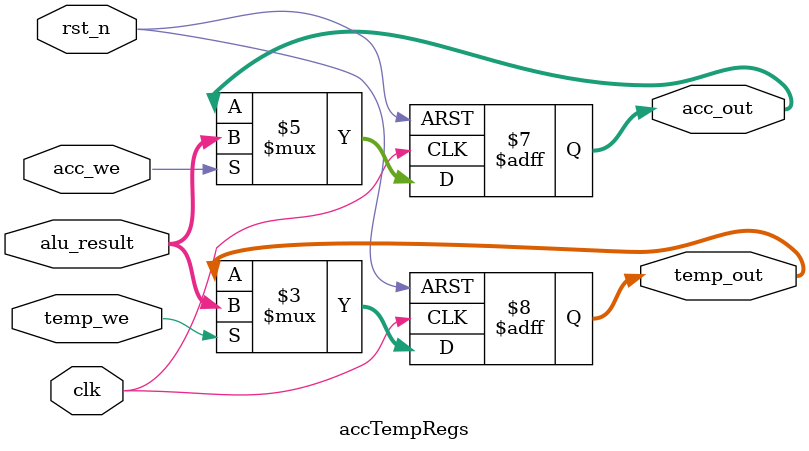
<source format=v>
module accTempRegs (
    input  wire       clk,
    input  wire       rst_n,

    // ALUからの4bit結果
    input  wire [3:0] alu_result,

    // 書き込み制御
    input  wire       acc_we,     // ACC書き込み
    input  wire       temp_we,    // Temp書き込み

    // 出力
    output reg  [3:0] acc_out,
    output reg  [3:0] temp_out
);

    // ACCとTempの4bitレジスタ
    always @(posedge clk or negedge rst_n) begin
        if (!rst_n) begin
            acc_out  <= 4'd0;
            temp_out <= 4'd0;
        end else begin
            if (acc_we)  acc_out  <= alu_result;
            if (temp_we) temp_out <= alu_result;
        end
    end

endmodule

</source>
